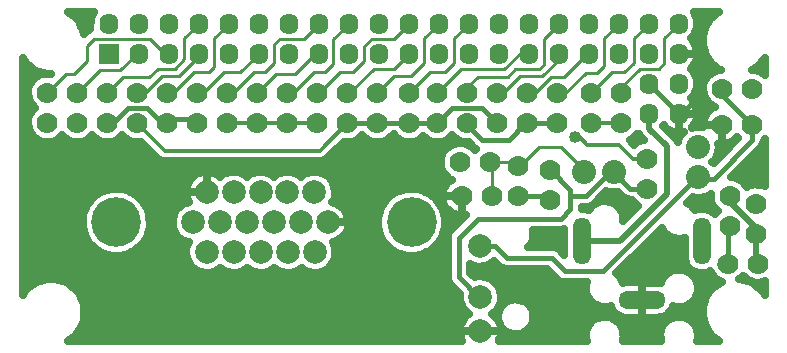
<source format=gtl>
G04 DipTrace 2.4.0.2*
%INAV_Top.GTL*%
%MOIN*%
%ADD14C,0.01*%
%ADD15C,0.0197*%
%ADD16C,0.0157*%
%ADD17C,0.0138*%
%ADD18C,0.026*%
%ADD19C,0.025*%
%ADD20C,0.08*%
%ADD21C,0.07*%
%ADD22C,0.0787*%
%ADD23C,0.1654*%
%ADD24C,0.0787*%
%ADD25O,0.0591X0.1575*%
%ADD26O,0.1575X0.0591*%
%ADD27R,0.0709X0.0709*%
%ADD28O,0.063X0.0709*%
%ADD29C,0.04*%
%FSLAX44Y44*%
G04*
G70*
G90*
G75*
G01*
%LNTop*%
%LPD*%
X15392Y19942D2*
D14*
X15642D1*
X16204Y20505D1*
X16767D1*
X17517Y21255D1*
X17437D1*
X25392Y19942D2*
X26177Y20727D1*
X27614D1*
X28142Y21255D1*
X28437D1*
X27392Y19942D2*
X27579D1*
X28142Y20505D1*
X28888D1*
X29437Y21054D1*
Y21255D1*
X24456Y19943D2*
X25142Y20630D1*
X25642D1*
X25954Y20942D1*
Y21772D1*
X26437Y22255D1*
X23392Y19942D2*
X23954Y20505D1*
X24517D1*
X24954Y20942D1*
Y21772D1*
X25437Y22255D1*
X22392Y19942D2*
X22454D1*
X23267Y20755D1*
X23937D1*
X24437Y21255D1*
X30204Y15005D2*
D15*
X31467D1*
X33051Y16589D1*
Y18161D1*
X32456Y18755D1*
Y19235D1*
X32437Y19255D1*
X26392Y19942D2*
D14*
Y20130D1*
X26741Y20479D1*
X27741D1*
X27989Y20727D1*
X28783D1*
X28933Y20877D1*
Y21751D1*
X29437Y22255D1*
X28392Y19942D2*
X28644D1*
X29189Y20487D1*
X29624D1*
X30437Y21300D1*
Y21255D1*
X14392Y19942D2*
X14921Y20471D1*
X15791D1*
X16075Y20755D1*
X16642D1*
X16954Y21067D1*
Y21772D1*
X17437Y22255D1*
X16392Y19942D2*
X16579D1*
X17267Y20630D1*
X17766D1*
X17954Y20817D1*
Y21772D1*
X18437Y22255D1*
X29392Y19942D2*
X29660D1*
X30335Y20617D1*
X30720D1*
X30954Y20851D1*
Y21772D1*
X31437Y22255D1*
X17392Y19942D2*
X17579D1*
X18266Y20630D1*
X18812D1*
X19437Y21255D1*
X16437D2*
X16329D1*
X15829Y21755D1*
X13954D1*
X13704Y21505D1*
Y21005D1*
X13267Y20567D1*
X13017D1*
X12392Y19942D1*
X31267Y17317D2*
D16*
X31829Y16755D1*
X32394D1*
X29144Y17380D2*
Y17398D1*
X29831Y16711D1*
Y16514D1*
Y16066D1*
X29520Y15755D1*
X26756D1*
X26114Y15113D1*
Y13798D1*
X26831Y13081D1*
Y13148D1*
X26829Y13146D1*
X31267Y17317D2*
X31143D1*
X30341Y16514D1*
X29831D1*
X29965Y18467D2*
D17*
X30134D1*
X30378Y18223D1*
X31445D1*
X31913Y17755D1*
X32394D1*
X28081Y16505D2*
D16*
X29019D1*
X29144Y16380D1*
X35082Y14255D2*
Y15505D1*
X35144D1*
X32437Y20255D2*
X33437Y19255D1*
X34769Y14255D2*
X35082D1*
X33437Y19255D2*
X33518D1*
X34019Y19755D1*
Y21255D1*
X33437D1*
X27206Y16505D2*
D14*
Y17630D1*
X27143D1*
X28081D1*
Y17505D1*
X30267Y17317D2*
Y17382D1*
X29519Y18130D1*
X28769D1*
X28081Y17443D1*
Y17505D1*
X35144Y16505D2*
D15*
X34957D1*
X36019Y15443D1*
Y15255D1*
Y14255D1*
X36082D1*
X30517Y19942D2*
D14*
X31204Y20630D1*
X31615D1*
X31941Y20955D1*
Y21759D1*
X32437Y22255D1*
X31517Y19942D2*
Y20130D1*
X32142Y20755D1*
X32767D1*
X32954Y20942D1*
Y21772D1*
X33437Y22255D1*
X19392Y19942D2*
X20017Y20567D1*
X20642D1*
X21329Y21255D1*
X21437D1*
X18392Y19942D2*
X18579D1*
X19267Y20630D1*
X19642D1*
X19954Y20942D1*
Y21567D1*
X20142Y21755D1*
X20937D1*
X21437Y22255D1*
X20392Y19942D2*
X20579D1*
X21267Y20630D1*
X21642D1*
X21925Y20913D1*
Y21743D1*
X22437Y22255D1*
X21392Y19942D2*
X21454D1*
X22142Y20630D1*
X22579D1*
X22954Y21005D1*
Y21505D1*
X23204Y21755D1*
X23937D1*
X24437Y22255D1*
X35894Y18880D2*
D16*
Y18380D1*
X34599Y17085D1*
X34082D1*
Y17130D1*
X34894Y20068D2*
Y19880D1*
X35894Y18880D1*
X26829Y14839D2*
X27307D1*
X27704Y14442D1*
X29204D1*
X29641Y14005D1*
X30920D1*
X34082Y17167D1*
Y17130D1*
X22392Y18942D2*
X23392D1*
X24456D1*
Y18943D1*
X25392D1*
Y18942D1*
X25892Y19442D1*
X26892D1*
X27392Y18942D1*
X22392D2*
D17*
X21472Y18022D1*
X16312D1*
X15392Y18942D1*
X26392D2*
D16*
Y18880D1*
X26892Y18380D1*
X27767D1*
X28329Y18942D1*
X29392D1*
X28392D2*
X29392D1*
X16392D2*
Y19067D1*
X17267D1*
X17392Y18942D1*
X14392D2*
Y18753D1*
X15081Y19442D1*
X15722D1*
X16222Y18942D1*
X16392D1*
X18392D2*
D17*
X19392D1*
X20392D1*
X21392D1*
X30517D2*
X31517D1*
X15437Y21255D2*
D14*
X15392D1*
X14829Y20692D1*
X14142D1*
X13392Y19942D1*
D29*
X29965Y18467D3*
X13294Y22507D2*
D19*
X13845D1*
X34032D2*
X34580D1*
X13497Y22259D2*
X13806D1*
X34071D2*
X34376D1*
X13606Y22010D2*
X13698D1*
X34032D2*
X34267D1*
X33864Y21761D2*
X34220D1*
X34028Y21512D2*
X34232D1*
X34071Y21264D2*
X34302D1*
X34036Y21015D2*
X34447D1*
X11591Y20766D2*
X11876D1*
X33872D2*
X34709D1*
X36001D2*
X36283D1*
X11591Y20518D2*
X12084D1*
X34028D2*
X34412D1*
X11591Y20269D2*
X11814D1*
X34071D2*
X34259D1*
X11591Y20020D2*
X11732D1*
X34036D2*
X34228D1*
X11591Y19772D2*
X11748D1*
X33876D2*
X34298D1*
X11591Y19523D2*
X11880D1*
X34024D2*
X34529D1*
X11591Y19274D2*
X11818D1*
X34071D2*
X34361D1*
X11591Y19026D2*
X11732D1*
X34040D2*
X34244D1*
X11591Y18777D2*
X11748D1*
X11591Y18528D2*
X11876D1*
X32032D2*
X32115D1*
X33262D2*
X33490D1*
X11591Y18280D2*
X15517D1*
X22266D2*
X26443D1*
X31923D2*
X31998D1*
X35145D2*
X35244D1*
X11591Y18031D2*
X15767D1*
X22016D2*
X25615D1*
X34794D2*
X34994D1*
X36094D2*
X36283D1*
X11591Y17782D2*
X16017D1*
X21766D2*
X25494D1*
X35844D2*
X36283D1*
X11591Y17533D2*
X25482D1*
X35598D2*
X36283D1*
X11591Y17285D2*
X17474D1*
X17934D2*
X18373D1*
X18833D2*
X19271D1*
X19731D2*
X20169D1*
X20626D2*
X21064D1*
X21524D2*
X25576D1*
X35348D2*
X36283D1*
X11591Y17036D2*
X17126D1*
X21872D2*
X25818D1*
X35532D2*
X36283D1*
X11591Y16787D2*
X17013D1*
X21989D2*
X25603D1*
X11591Y16539D2*
X14009D1*
X15368D2*
X17001D1*
X22001D2*
X23853D1*
X25212D2*
X25541D1*
X30915D2*
X31494D1*
X11591Y16290D2*
X13759D1*
X15618D2*
X17041D1*
X21958D2*
X23603D1*
X25462D2*
X25575D1*
X31243D2*
X31927D1*
X33755D2*
X34513D1*
X11591Y16041D2*
X13623D1*
X15755D2*
X16677D1*
X22317D2*
X23466D1*
X25598D2*
X25739D1*
X31532D2*
X31927D1*
X34466D2*
X34673D1*
X11591Y15793D2*
X13556D1*
X15821D2*
X16560D1*
X22434D2*
X23400D1*
X25665D2*
X26244D1*
X11591Y15544D2*
X13548D1*
X15829D2*
X16548D1*
X22450D2*
X23392D1*
X25673D2*
X25994D1*
X11591Y15295D2*
X13595D1*
X15782D2*
X16626D1*
X22368D2*
X23439D1*
X25626D2*
X25767D1*
X28618D2*
X29591D1*
X32759D2*
X32959D1*
X11591Y15047D2*
X13709D1*
X15669D2*
X16865D1*
X22130D2*
X23552D1*
X25512D2*
X25716D1*
X28594D2*
X29591D1*
X32512D2*
X33607D1*
X11591Y14798D2*
X13916D1*
X15462D2*
X17013D1*
X22001D2*
X23759D1*
X25305D2*
X25716D1*
X29333D2*
X29591D1*
X32262D2*
X33607D1*
X11591Y14549D2*
X14373D1*
X15005D2*
X16998D1*
X22016D2*
X24216D1*
X24848D2*
X25716D1*
X32012D2*
X33607D1*
X11591Y14300D2*
X17080D1*
X21938D2*
X25716D1*
X31766D2*
X33646D1*
X11591Y14052D2*
X17310D1*
X18098D2*
X18215D1*
X19001D2*
X19114D1*
X19903D2*
X20017D1*
X20805D2*
X20914D1*
X21704D2*
X25716D1*
X26509D2*
X29044D1*
X31516D2*
X33349D1*
X33555D2*
X33830D1*
X11591Y13803D2*
X25716D1*
X27051D2*
X29294D1*
X31501D2*
X32923D1*
X33981D2*
X34599D1*
X11591Y13554D2*
X11876D1*
X13165D2*
X25810D1*
X27407D2*
X30334D1*
X34091D2*
X34709D1*
X35997D2*
X36283D1*
X13426Y13306D2*
X26056D1*
X27520D2*
X30334D1*
X34091D2*
X34447D1*
X13571Y13057D2*
X26123D1*
X27536D2*
X27892D1*
X28128D2*
X30443D1*
X33981D2*
X34302D1*
X13641Y12808D2*
X26209D1*
X28520D2*
X30865D1*
X33559D2*
X34232D1*
X13653Y12560D2*
X26400D1*
X27259D2*
X27404D1*
X28618D2*
X31349D1*
X33075D2*
X34220D1*
X13606Y12311D2*
X26189D1*
X28598D2*
X30517D1*
X31426D2*
X32998D1*
X33907D2*
X34267D1*
X13497Y12062D2*
X26119D1*
X28450D2*
X30357D1*
X31591D2*
X32837D1*
X34067D2*
X34376D1*
X13294Y11814D2*
X26146D1*
X27512D2*
X30322D1*
X31622D2*
X32802D1*
X34102D2*
X34580D1*
X34763Y18006D2*
X34729Y17886D1*
X34675Y17773D1*
X34601Y17673D1*
X34559Y17632D1*
X34602Y17613D1*
X35428Y18439D1*
X35385Y18466D1*
X35296Y18379D1*
X35192Y18311D1*
X35076Y18264D1*
X34953Y18241D1*
X34829D1*
X34763Y18252D1*
X34774Y18130D1*
X34763Y18006D1*
X33414Y18308D2*
X33464Y18443D1*
X33530Y18549D1*
X33606Y18632D1*
X33491Y18610D1*
X33366Y18612D1*
X33245Y18639D1*
X33131Y18691D1*
X33030Y18764D1*
X32947Y18857D1*
X32937Y18870D1*
X32919Y18849D1*
X33328Y18437D1*
X33402Y18332D1*
X33379Y18372D1*
X33866Y18786D2*
X33944Y18809D1*
X34068Y18823D1*
X34193Y18814D1*
X34257Y18797D1*
X34253Y18912D1*
X34271Y19035D1*
X34312Y19153D1*
X34376Y19260D1*
X34459Y19353D1*
X34559Y19428D1*
X34649Y19474D1*
X34548Y19527D1*
X34450Y19604D1*
X34368Y19699D1*
X34307Y19807D1*
X34268Y19926D1*
X34252Y20050D1*
X34261Y20174D1*
X34293Y20295D1*
X34348Y20407D1*
X34424Y20506D1*
X34517Y20588D1*
X34625Y20651D1*
X34743Y20692D1*
X34840Y20706D1*
X34757Y20751D1*
X34656Y20824D1*
X34563Y20908D1*
X34481Y21002D1*
X34409Y21104D1*
X34350Y21214D1*
X34303Y21330D1*
X34269Y21451D1*
X34250Y21574D1*
X34244Y21699D1*
X34252Y21823D1*
X34274Y21946D1*
X34310Y22066D1*
X34359Y22181D1*
X34421Y22289D1*
X34494Y22391D1*
X34579Y22483D1*
X34673Y22565D1*
X34786Y22641D1*
X33936D1*
X34014Y22482D1*
X34041Y22360D1*
X34044Y22215D1*
X34032Y22091D1*
X33994Y21972D1*
X33932Y21864D1*
X33834Y21758D1*
X33922Y21659D1*
X33987Y21552D1*
X34028Y21434D1*
X34044Y21311D1*
X34040Y21140D1*
X34012Y21019D1*
X33960Y20905D1*
X33885Y20805D1*
X33833Y20755D1*
X33891Y20698D1*
X33964Y20596D1*
X34014Y20482D1*
X34041Y20360D1*
X34044Y20215D1*
X34032Y20091D1*
X33994Y19972D1*
X33932Y19864D1*
X33834Y19758D1*
X33922Y19659D1*
X33987Y19552D1*
X34028Y19434D1*
X34044Y19311D1*
X34040Y19140D1*
X34012Y19019D1*
X33960Y18905D1*
X33885Y18805D1*
X33871Y18790D1*
X34507Y16585D2*
X34406Y16519D1*
X34291Y16470D1*
X34169Y16443D1*
X34044Y16439D1*
X33902Y16463D1*
X33723Y16283D1*
X33841Y16205D1*
X33931Y16118D1*
X33986Y16038D1*
X34077Y16067D1*
X34200Y16084D1*
X34325Y16075D1*
X34444Y16040D1*
X34554Y15980D1*
X34640Y15907D1*
X34741Y16005D1*
X34619Y16136D1*
X34557Y16244D1*
X34518Y16363D1*
X34502Y16487D1*
X34509Y16584D1*
X31419Y16644D2*
X31354Y16630D1*
X31230Y16626D1*
X31106Y16644D1*
X31021Y16672D1*
X30603Y16252D1*
X30502Y16180D1*
X30382Y16145D1*
X30202Y16139D1*
Y16082D1*
X30309Y16075D1*
X30432Y16038D1*
X30556Y16182D1*
X30657Y16255D1*
X30770Y16307D1*
X30892Y16335D1*
X31017Y16339D1*
X31140Y16318D1*
X31256Y16272D1*
X31361Y16205D1*
X31451Y16118D1*
X31521Y16015D1*
X31570Y15901D1*
X31596Y15778D1*
Y15686D1*
X32093Y16184D1*
X31950Y16291D1*
X31871Y16383D1*
X31706Y16405D1*
X31597Y16465D1*
X31420Y16639D1*
X35183Y17143D2*
X35241Y17140D1*
X35362Y17109D1*
X35475Y17056D1*
X35575Y16982D1*
X35659Y16889D1*
X35706Y16813D1*
X35750Y16838D1*
X35868Y16879D1*
X35992Y16897D1*
X36116Y16890D1*
X36237Y16859D1*
X36304Y16828D1*
X36307Y17630D1*
Y18391D1*
X36181Y18146D1*
X35538Y17499D1*
X35187Y17148D1*
X18151Y14112D2*
X18020Y14021D1*
X17905Y13974D1*
X17783Y13948D1*
X17658Y13945D1*
X17535Y13965D1*
X17417Y14007D1*
X17309Y14070D1*
X17214Y14151D1*
X17135Y14247D1*
X17075Y14357D1*
X17036Y14476D1*
X17019Y14599D1*
X17025Y14724D1*
X17053Y14846D1*
X17105Y14963D1*
X16964Y15007D1*
X16856Y15070D1*
X16761Y15151D1*
X16682Y15247D1*
X16623Y15357D1*
X16584Y15476D1*
X16567Y15599D1*
X16572Y15724D1*
X16601Y15846D1*
X16651Y15960D1*
X16720Y16063D1*
X16808Y16153D1*
X16910Y16225D1*
X17023Y16277D1*
X17102Y16297D1*
X17049Y16427D1*
X17023Y16549D1*
X17020Y16674D1*
X17040Y16798D1*
X17081Y16915D1*
X17143Y17024D1*
X17224Y17119D1*
X17320Y17198D1*
X17429Y17258D1*
X17548Y17298D1*
X17671Y17315D1*
X17796Y17310D1*
X17918Y17282D1*
X18032Y17233D1*
X18136Y17164D1*
X18158Y17153D1*
X18260Y17225D1*
X18373Y17277D1*
X18494Y17308D1*
X18619Y17316D1*
X18743Y17302D1*
X18862Y17265D1*
X18973Y17207D1*
X19050Y17148D1*
X19158Y17225D1*
X19271Y17277D1*
X19392Y17308D1*
X19517Y17316D1*
X19641Y17302D1*
X19760Y17265D1*
X19871Y17207D1*
X19948Y17148D1*
X20055Y17225D1*
X20169Y17277D1*
X20290Y17308D1*
X20414Y17316D1*
X20538Y17302D1*
X20658Y17265D1*
X20768Y17207D1*
X20845Y17148D1*
X20953Y17225D1*
X21066Y17277D1*
X21187Y17308D1*
X21312Y17316D1*
X21436Y17302D1*
X21555Y17265D1*
X21666Y17207D1*
X21765Y17131D1*
X21847Y17037D1*
X21912Y16931D1*
X21956Y16814D1*
X21982Y16630D1*
X21970Y16506D1*
X21937Y16385D1*
X21894Y16298D1*
X21981Y16274D1*
X22094Y16221D1*
X22195Y16148D1*
X22281Y16057D1*
X22350Y15953D1*
X22398Y15838D1*
X22425Y15716D1*
X22429Y15580D1*
X22408Y15457D1*
X22366Y15339D1*
X22303Y15232D1*
X22222Y15137D1*
X22124Y15059D1*
X22015Y14999D1*
X21910Y14964D1*
X21972Y14814D1*
X21997Y14630D1*
X21986Y14506D1*
X21952Y14385D1*
X21897Y14273D1*
X21823Y14173D1*
X21732Y14088D1*
X21627Y14021D1*
X21511Y13974D1*
X21389Y13948D1*
X21264Y13945D1*
X21141Y13965D1*
X21023Y14007D1*
X20915Y14070D1*
X20865Y14113D1*
X20725Y14021D1*
X20610Y13974D1*
X20487Y13948D1*
X20363Y13945D1*
X20239Y13965D1*
X20122Y14007D1*
X20014Y14070D1*
X19963Y14113D1*
X19824Y14021D1*
X19708Y13974D1*
X19586Y13948D1*
X19461Y13945D1*
X19338Y13965D1*
X19220Y14007D1*
X19112Y14070D1*
X19062Y14113D1*
X18922Y14021D1*
X18806Y13974D1*
X18684Y13948D1*
X18559Y13945D1*
X18436Y13965D1*
X18319Y14007D1*
X18210Y14070D1*
X18160Y14113D1*
X15801Y15505D2*
X15781Y15382D1*
X15746Y15262D1*
X15699Y15146D1*
X15638Y15037D1*
X15566Y14935D1*
X15483Y14841D1*
X15391Y14758D1*
X15289Y14685D1*
X15180Y14624D1*
X15065Y14576D1*
X14945Y14540D1*
X14822Y14519D1*
X14697Y14511D1*
X14573Y14517D1*
X14449Y14537D1*
X14329Y14570D1*
X14213Y14617D1*
X14103Y14676D1*
X14000Y14748D1*
X13906Y14830D1*
X13822Y14922D1*
X13749Y15023D1*
X13687Y15132D1*
X13638Y15247D1*
X13601Y15366D1*
X13579Y15489D1*
X13570Y15614D1*
X13575Y15739D1*
X13594Y15862D1*
X13627Y15983D1*
X13673Y16099D1*
X13731Y16209D1*
X13802Y16312D1*
X13884Y16407D1*
X13975Y16492D1*
X14076Y16566D1*
X14184Y16629D1*
X14298Y16679D1*
X14418Y16716D1*
X14540Y16739D1*
X14665Y16749D1*
X14790Y16745D1*
X14913Y16727D1*
X15034Y16695D1*
X15151Y16650D1*
X15261Y16592D1*
X15365Y16522D1*
X15460Y16441D1*
X15546Y16350D1*
X15621Y16250D1*
X15684Y16143D1*
X15735Y16028D1*
X15773Y15909D1*
X15797Y15787D1*
X15808Y15630D1*
X15801Y15505D1*
X25644D2*
X25623Y15382D1*
X25589Y15262D1*
X25541Y15146D1*
X25481Y15037D1*
X25409Y14935D1*
X25326Y14841D1*
X25233Y14758D1*
X25132Y14685D1*
X25023Y14624D1*
X24907Y14576D1*
X24788Y14540D1*
X24665Y14519D1*
X24540Y14511D1*
X24415Y14517D1*
X24292Y14537D1*
X24171Y14570D1*
X24055Y14617D1*
X23946Y14676D1*
X23843Y14748D1*
X23749Y14830D1*
X23665Y14922D1*
X23591Y15023D1*
X23529Y15132D1*
X23480Y15247D1*
X23444Y15366D1*
X23421Y15489D1*
X23413Y15614D1*
X23418Y15739D1*
X23437Y15862D1*
X23469Y15983D1*
X23515Y16099D1*
X23574Y16209D1*
X23644Y16312D1*
X23726Y16407D1*
X23818Y16492D1*
X23918Y16566D1*
X24026Y16629D1*
X24141Y16679D1*
X24260Y16716D1*
X24383Y16739D1*
X24507Y16749D1*
X24632Y16745D1*
X24756Y16727D1*
X24877Y16695D1*
X24993Y16650D1*
X25104Y16592D1*
X25208Y16522D1*
X25303Y16441D1*
X25388Y16350D1*
X25463Y16250D1*
X25527Y16143D1*
X25578Y16028D1*
X25615Y15909D1*
X25640Y15787D1*
X25651Y15630D1*
X25644Y15505D1*
X27515Y11980D2*
X27499Y11856D1*
X27461Y11737D1*
X27434Y11680D1*
X30372D1*
X30352Y11760D1*
X30346Y11885D1*
X30364Y12008D1*
X30406Y12126D1*
X30471Y12232D1*
X30556Y12324D1*
X30657Y12397D1*
X30770Y12449D1*
X30892Y12477D1*
X31017Y12481D1*
X31140Y12459D1*
X31256Y12414D1*
X31361Y12347D1*
X31451Y12260D1*
X31521Y12157D1*
X31570Y12042D1*
X31596Y11920D1*
X31599Y11855D1*
X31587Y11731D1*
X31572Y11682D1*
X32767Y11680D1*
X32849D1*
X32832Y11760D1*
X32826Y11885D1*
X32844Y12008D1*
X32887Y12126D1*
X32951Y12232D1*
X33036Y12324D1*
X33137Y12397D1*
X33251Y12449D1*
X33372Y12477D1*
X33497Y12481D1*
X33620Y12459D1*
X33736Y12414D1*
X33841Y12347D1*
X33931Y12260D1*
X34002Y12157D1*
X34051Y12042D1*
X34076Y11920D1*
X34079Y11855D1*
X34067Y11731D1*
X34052Y11682D1*
X34786Y11680D1*
X34656Y11769D1*
X34563Y11853D1*
X34481Y11947D1*
X34409Y12049D1*
X34350Y12159D1*
X34303Y12275D1*
X34269Y12395D1*
X34250Y12519D1*
X34244Y12644D1*
X34252Y12768D1*
X34274Y12891D1*
X34310Y13011D1*
X34359Y13126D1*
X34421Y13234D1*
X34494Y13335D1*
X34579Y13428D1*
X34673Y13510D1*
X34776Y13581D1*
X34890Y13641D1*
X34757Y13701D1*
X34656Y13774D1*
X34571Y13865D1*
X34505Y13972D1*
X34495Y13994D1*
X34391Y13950D1*
X34268Y13927D1*
X34143Y13930D1*
X34022Y13959D1*
X33910Y14013D1*
X33811Y14090D1*
X33731Y14186D1*
X33673Y14296D1*
X33640Y14416D1*
X33632Y14512D1*
Y15110D1*
X33437Y15086D1*
X33314Y15102D1*
X33195Y15141D1*
X33087Y15203D1*
X32993Y15286D1*
X32918Y15385D1*
X32889Y15445D1*
X32223Y14783D1*
X31364Y13924D1*
X31451Y13835D1*
X31521Y13732D1*
X31577Y13606D1*
X31700Y13624D1*
X32759Y13621D1*
X32851Y13605D1*
X32887Y13700D1*
X32951Y13807D1*
X33036Y13899D1*
X33137Y13972D1*
X33251Y14024D1*
X33372Y14052D1*
X33497Y14055D1*
X33620Y14034D1*
X33736Y13989D1*
X33841Y13922D1*
X33931Y13835D1*
X34002Y13732D1*
X34051Y13617D1*
X34076Y13495D1*
X34079Y13430D1*
X34067Y13306D1*
X34030Y13186D1*
X33971Y13077D1*
X33890Y12981D1*
X33793Y12903D1*
X33682Y12846D1*
X33562Y12812D1*
X33437Y12803D1*
X33314Y12818D1*
X33258Y12837D1*
X33204Y12727D1*
X33128Y12629D1*
X33032Y12549D1*
X32922Y12490D1*
X32802Y12457D1*
X32679Y12448D1*
X31668Y12451D1*
X31546Y12475D1*
X31431Y12524D1*
X31330Y12597D1*
X31246Y12689D1*
X31183Y12797D1*
X31168Y12834D1*
X31081Y12812D1*
X30957Y12803D1*
X30833Y12818D1*
X30715Y12858D1*
X30607Y12920D1*
X30513Y13002D1*
X30437Y13102D1*
X30383Y13214D1*
X30352Y13335D1*
X30346Y13460D1*
X30364Y13583D1*
X30381Y13631D1*
X29641Y13634D1*
X29519Y13654D1*
X29410Y13715D1*
X29050Y14071D1*
X27704D1*
X27582Y14092D1*
X27472Y14152D1*
X27290Y14331D1*
X27145Y14230D1*
X27029Y14183D1*
X26907Y14157D1*
X26782Y14155D1*
X26659Y14175D1*
X26541Y14216D1*
X26484Y14250D1*
X26485Y13953D1*
X26634Y13803D1*
X26721Y13824D1*
X26846Y13832D1*
X26970Y13818D1*
X27089Y13781D1*
X27200Y13724D1*
X27298Y13647D1*
X27381Y13554D1*
X27446Y13447D1*
X27490Y13330D1*
X27515Y13146D1*
X27504Y13022D1*
X27470Y12902D1*
X27415Y12790D1*
X27341Y12689D1*
X27250Y12604D1*
X27207Y12577D1*
X27298Y12505D1*
X27381Y12412D1*
X27446Y12305D1*
X27430Y12381D1*
X27423Y12506D1*
X27443Y12629D1*
X27487Y12745D1*
X27556Y12850D1*
X27645Y12937D1*
X27750Y13004D1*
X27867Y13047D1*
X27991Y13064D1*
X28115Y13055D1*
X28235Y13020D1*
X28344Y12961D1*
X28439Y12879D1*
X28514Y12780D1*
X28567Y12667D1*
X28594Y12545D1*
X28598Y12477D1*
X28585Y12353D1*
X28546Y12234D1*
X28482Y12127D1*
X28398Y12035D1*
X28296Y11963D1*
X28181Y11915D1*
X28059Y11891D1*
X27934Y11894D1*
X27813Y11924D1*
X27700Y11978D1*
X27602Y12054D1*
X27522Y12150D1*
X27469Y12250D1*
X27502Y12140D1*
X27515Y12005D1*
Y11980D1*
X26225Y11679D2*
X26174Y11802D1*
X26148Y11924D1*
X26144Y12049D1*
X26164Y12172D1*
X26205Y12290D1*
X26267Y12398D1*
X26348Y12494D1*
X26449Y12576D1*
X26338Y12667D1*
X26260Y12764D1*
X26200Y12873D1*
X26161Y12992D1*
X26144Y13116D1*
X26149Y13236D1*
X25852Y13535D1*
X25780Y13637D1*
X25745Y13757D1*
X25743Y15113D1*
X25764Y15235D1*
X25824Y15345D1*
X26357Y15881D1*
X26240Y15864D1*
X26115Y15869D1*
X25994Y15899D1*
X25881Y15951D1*
X25780Y16024D1*
X25695Y16116D1*
X25629Y16222D1*
X25585Y16339D1*
X25565Y16462D1*
X25569Y16586D1*
X25596Y16708D1*
X25647Y16822D1*
X25719Y16924D1*
X25809Y17010D1*
X25866Y17050D1*
X25797Y17089D1*
X25699Y17166D1*
X25618Y17261D1*
X25556Y17370D1*
X25517Y17488D1*
X25501Y17612D1*
X25510Y17736D1*
X25542Y17857D1*
X25597Y17969D1*
X25673Y18068D1*
X25767Y18151D1*
X25874Y18214D1*
X25992Y18255D1*
X26116Y18272D1*
X26240Y18265D1*
X26361Y18235D1*
X26474Y18181D1*
X26574Y18107D1*
X26640Y18035D1*
X26682Y18076D1*
X26629Y18117D1*
X26444Y18302D1*
X26277Y18310D1*
X26157Y18344D1*
X26045Y18401D1*
X25947Y18478D1*
X25894Y18540D1*
X25753Y18411D1*
X25644Y18351D1*
X25525Y18314D1*
X25401Y18300D1*
X25277Y18310D1*
X25157Y18344D1*
X25045Y18401D1*
X24924Y18505D1*
X24817Y18412D1*
X24708Y18352D1*
X24589Y18314D1*
X24465Y18300D1*
X24340Y18311D1*
X24220Y18345D1*
X24109Y18402D1*
X24011Y18479D1*
X23932Y18571D1*
X23753Y18411D1*
X23644Y18351D1*
X23525Y18314D1*
X23401Y18300D1*
X23277Y18310D1*
X23157Y18344D1*
X23045Y18401D1*
X22947Y18478D1*
X22894Y18540D1*
X22753Y18411D1*
X22644Y18351D1*
X22525Y18314D1*
X22401Y18300D1*
X22273Y18311D1*
X21727Y17767D1*
X21626Y17695D1*
X21472Y17661D1*
X16312D1*
X16189Y17682D1*
X16056Y17767D1*
X15512Y18311D1*
X15401Y18300D1*
X15277Y18310D1*
X15157Y18344D1*
X15045Y18401D1*
X14947Y18478D1*
X14894Y18540D1*
X14753Y18411D1*
X14644Y18351D1*
X14525Y18314D1*
X14401Y18300D1*
X14277Y18310D1*
X14157Y18344D1*
X14045Y18401D1*
X13947Y18478D1*
X13894Y18540D1*
X13753Y18411D1*
X13644Y18351D1*
X13525Y18314D1*
X13401Y18300D1*
X13277Y18310D1*
X13157Y18344D1*
X13045Y18401D1*
X12947Y18478D1*
X12894Y18540D1*
X12753Y18411D1*
X12644Y18351D1*
X12525Y18314D1*
X12401Y18300D1*
X12277Y18310D1*
X12157Y18344D1*
X12045Y18401D1*
X11947Y18478D1*
X11866Y18573D1*
X11805Y18681D1*
X11765Y18800D1*
X11750Y18924D1*
X11758Y19048D1*
X11791Y19169D1*
X11846Y19281D1*
X11921Y19380D1*
X11989Y19439D1*
X11866Y19573D1*
X11805Y19681D1*
X11765Y19800D1*
X11750Y19924D1*
X11758Y20048D1*
X11791Y20169D1*
X11846Y20281D1*
X11921Y20380D1*
X12015Y20462D1*
X12123Y20525D1*
X12241Y20567D1*
X12364Y20584D1*
X12530Y20567D1*
X12514Y20577D1*
X12389Y20585D1*
X12266Y20606D1*
X12147Y20642D1*
X12031Y20690D1*
X11922Y20751D1*
X11821Y20824D1*
X11729Y20908D1*
X11646Y21002D1*
X11565Y21122D1*
X11567Y13199D1*
X11660Y13335D1*
X11744Y13428D1*
X11838Y13510D1*
X11941Y13581D1*
X12051Y13640D1*
X12167Y13686D1*
X12288Y13719D1*
X12411Y13738D1*
X12536Y13743D1*
X12661Y13734D1*
X12784Y13711D1*
X12903Y13675D1*
X13018Y13625D1*
X13126Y13563D1*
X13227Y13489D1*
X13319Y13404D1*
X13400Y13309D1*
X13471Y13206D1*
X13529Y13096D1*
X13575Y12979D1*
X13607Y12859D1*
X13630Y12633D1*
X13623Y12508D1*
X13602Y12385D1*
X13568Y12265D1*
X13520Y12149D1*
X13459Y12040D1*
X13386Y11938D1*
X13303Y11845D1*
X13210Y11762D1*
X13090Y11681D1*
X25642Y11680D1*
X26224D1*
X28585Y15109D2*
X28546Y14990D1*
X28482Y14883D1*
X28416Y14811D1*
X29204Y14813D1*
X29327Y14792D1*
X29436Y14732D1*
X29619Y14553D1*
X29616Y15398D1*
X29520Y15384D1*
X28579D1*
X28598Y15233D1*
X28585Y15109D1*
X35878Y20709D2*
X35991Y20703D1*
X36112Y20672D1*
X36225Y20619D1*
X36310Y20556D1*
X36307Y21118D1*
X36221Y20993D1*
X36138Y20900D1*
X36044Y20817D1*
X35877Y20710D1*
X31956Y18221D2*
X32017Y18276D1*
X32125Y18339D1*
X32278Y18384D1*
X32180Y18479D1*
X32106Y18584D1*
X32129Y18544D1*
X32053Y18588D1*
X31974Y18491D1*
X31878Y18411D1*
X31807Y18372D1*
X31957Y18222D1*
X36308Y13656D2*
X36215Y13626D1*
X36091Y13612D1*
X35967Y13623D1*
X35847Y13657D1*
X35735Y13714D1*
X35637Y13791D1*
X35584Y13853D1*
X35484Y13754D1*
X35463Y13738D1*
X35618Y13711D1*
X35738Y13675D1*
X35852Y13625D1*
X35961Y13563D1*
X36061Y13489D1*
X36153Y13404D1*
X36235Y13309D1*
X36307Y13203D1*
Y13657D1*
X13832Y22296D2*
X13836Y22385D1*
X13868Y22506D1*
X13940Y22639D1*
X13093Y22641D1*
X13227Y22544D1*
X13319Y22459D1*
X13400Y22365D1*
X13471Y22261D1*
X13529Y22151D1*
X13575Y22035D1*
X13610Y21895D1*
X13712Y21997D1*
X13818Y22068D1*
X13768Y22041D1*
X13830Y22182D1*
Y22294D1*
X13833D1*
X21744Y15630D2*
D18*
X22430D1*
X17705Y17316D2*
Y16630D1*
X17019D2*
X17705D1*
X26144Y12005D2*
X27515D1*
X32212Y13623D2*
Y12449D1*
X34894Y18880D2*
Y18238D1*
X34252Y18880D2*
X34894D1*
X26206Y16505D2*
Y15863D1*
X25564Y16505D2*
X26206D1*
X33437Y21255D2*
X34044D1*
X33437Y19255D2*
Y18608D1*
Y19255D2*
X34044D1*
D20*
X34082Y18130D3*
Y17130D3*
X30267Y17317D3*
X31267D3*
D21*
X35144Y16505D3*
Y15505D3*
X28081Y17505D3*
Y16505D3*
D22*
X17705Y14630D3*
X18606D3*
X19508D3*
X20410D3*
X21311D3*
X18154Y15630D3*
X19051D3*
X19949D3*
X20847D3*
X21744D3*
X17705Y16630D3*
X18603D3*
X19500D3*
X20398D3*
X21295D3*
D23*
X14689Y15630D3*
X24532D3*
D22*
X17252D3*
D24*
X26829Y12005D3*
Y13146D3*
Y14839D3*
D25*
X30204Y15005D3*
D26*
X32212Y13036D3*
D25*
X34220Y15005D3*
D21*
X34894Y20068D3*
X35894D3*
X34894Y18880D3*
X35894D3*
X32394Y16755D3*
Y17755D3*
X29144Y16380D3*
Y17380D3*
X21392Y18942D3*
Y19942D3*
X20392Y18942D3*
Y19942D3*
X18392Y18942D3*
Y19942D3*
X19392Y18942D3*
Y19942D3*
X31517Y18942D3*
Y19942D3*
X30517Y18942D3*
Y19942D3*
X17392Y18942D3*
Y19942D3*
X29392Y18942D3*
Y19942D3*
X16392Y18942D3*
Y19942D3*
X14392Y18942D3*
Y19942D3*
X28392Y18942D3*
Y19942D3*
X26392Y18942D3*
Y19942D3*
X22392Y18942D3*
Y19942D3*
X23392Y18942D3*
Y19942D3*
X24456Y18943D3*
Y19943D3*
X27392Y18942D3*
Y19942D3*
X25392Y18942D3*
Y19942D3*
X15392Y18942D3*
Y19942D3*
X13392Y18942D3*
Y19942D3*
X12392Y18942D3*
Y19942D3*
X36019Y15255D3*
Y16255D3*
X27143Y17630D3*
X26143D3*
X36082Y14255D3*
X35082D3*
X27206Y16505D3*
X26206D3*
D27*
X14437Y21255D3*
D28*
X15437D3*
X16437D3*
X17437D3*
X18437D3*
X19437D3*
X20437D3*
X21437D3*
X22437D3*
X23437D3*
X24437D3*
X25437D3*
X26437D3*
X27437D3*
X28437D3*
X29437D3*
X30437D3*
X31437D3*
X32437D3*
X33437D3*
Y22255D3*
X32437D3*
X31437D3*
X30437D3*
X29437D3*
X28437D3*
X27437D3*
X26437D3*
X25437D3*
X24437D3*
X23437D3*
X22437D3*
X21437D3*
X20437D3*
X19437D3*
X18437D3*
X17437D3*
X16437D3*
X15437D3*
X14437D3*
X32437Y20255D3*
X33437D3*
X32437Y19255D3*
X33437D3*
M02*

</source>
